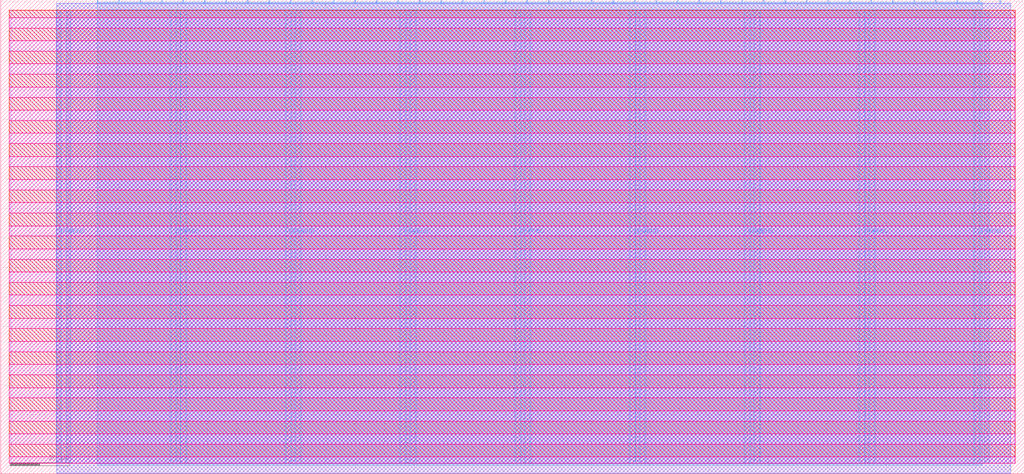
<source format=lef>
VERSION 5.7 ;
  NOWIREEXTENSIONATPIN ON ;
  DIVIDERCHAR "/" ;
  BUSBITCHARS "[]" ;
MACRO tt_um_zedtc1_top
  CLASS BLOCK ;
  FOREIGN tt_um_zedtc1_top ;
  ORIGIN 0.000 0.000 ;
  SIZE 346.640 BY 160.720 ;
  PIN VGND
    DIRECTION INOUT ;
    USE GROUND ;
    PORT
      LAYER Metal4 ;
        RECT 22.180 3.620 23.780 157.100 ;
    END
    PORT
      LAYER Metal4 ;
        RECT 61.050 3.620 62.650 157.100 ;
    END
    PORT
      LAYER Metal4 ;
        RECT 99.920 3.620 101.520 157.100 ;
    END
    PORT
      LAYER Metal4 ;
        RECT 138.790 3.620 140.390 157.100 ;
    END
    PORT
      LAYER Metal4 ;
        RECT 177.660 3.620 179.260 157.100 ;
    END
    PORT
      LAYER Metal4 ;
        RECT 216.530 3.620 218.130 157.100 ;
    END
    PORT
      LAYER Metal4 ;
        RECT 255.400 3.620 257.000 157.100 ;
    END
    PORT
      LAYER Metal4 ;
        RECT 294.270 3.620 295.870 157.100 ;
    END
    PORT
      LAYER Metal4 ;
        RECT 333.140 3.620 334.740 157.100 ;
    END
  END VGND
  PIN VPWR
    DIRECTION INOUT ;
    USE POWER ;
    PORT
      LAYER Metal4 ;
        RECT 18.880 3.620 20.480 157.100 ;
    END
    PORT
      LAYER Metal4 ;
        RECT 57.750 3.620 59.350 157.100 ;
    END
    PORT
      LAYER Metal4 ;
        RECT 96.620 3.620 98.220 157.100 ;
    END
    PORT
      LAYER Metal4 ;
        RECT 135.490 3.620 137.090 157.100 ;
    END
    PORT
      LAYER Metal4 ;
        RECT 174.360 3.620 175.960 157.100 ;
    END
    PORT
      LAYER Metal4 ;
        RECT 213.230 3.620 214.830 157.100 ;
    END
    PORT
      LAYER Metal4 ;
        RECT 252.100 3.620 253.700 157.100 ;
    END
    PORT
      LAYER Metal4 ;
        RECT 290.970 3.620 292.570 157.100 ;
    END
    PORT
      LAYER Metal4 ;
        RECT 329.840 3.620 331.440 157.100 ;
    END
  END VPWR
  PIN clk
    DIRECTION INPUT ;
    USE SIGNAL ;
    ANTENNAGATEAREA 4.738000 ;
    PORT
      LAYER Metal4 ;
        RECT 331.090 159.720 331.390 160.720 ;
    END
  END clk
  PIN ena
    DIRECTION INPUT ;
    USE SIGNAL ;
    PORT
      LAYER Metal4 ;
        RECT 338.370 159.720 338.670 160.720 ;
    END
  END ena
  PIN rst_n
    DIRECTION INPUT ;
    USE SIGNAL ;
    ANTENNAGATEAREA 0.741000 ;
    PORT
      LAYER Metal4 ;
        RECT 323.810 159.720 324.110 160.720 ;
    END
  END rst_n
  PIN ui_in[0]
    DIRECTION INPUT ;
    USE SIGNAL ;
    PORT
      LAYER Metal4 ;
        RECT 316.530 159.720 316.830 160.720 ;
    END
  END ui_in[0]
  PIN ui_in[1]
    DIRECTION INPUT ;
    USE SIGNAL ;
    ANTENNAGATEAREA 0.396000 ;
    PORT
      LAYER Metal4 ;
        RECT 309.250 159.720 309.550 160.720 ;
    END
  END ui_in[1]
  PIN ui_in[2]
    DIRECTION INPUT ;
    USE SIGNAL ;
    PORT
      LAYER Metal4 ;
        RECT 301.970 159.720 302.270 160.720 ;
    END
  END ui_in[2]
  PIN ui_in[3]
    DIRECTION INPUT ;
    USE SIGNAL ;
    PORT
      LAYER Metal4 ;
        RECT 294.690 159.720 294.990 160.720 ;
    END
  END ui_in[3]
  PIN ui_in[4]
    DIRECTION INPUT ;
    USE SIGNAL ;
    PORT
      LAYER Metal4 ;
        RECT 287.410 159.720 287.710 160.720 ;
    END
  END ui_in[4]
  PIN ui_in[5]
    DIRECTION INPUT ;
    USE SIGNAL ;
    PORT
      LAYER Metal4 ;
        RECT 280.130 159.720 280.430 160.720 ;
    END
  END ui_in[5]
  PIN ui_in[6]
    DIRECTION INPUT ;
    USE SIGNAL ;
    PORT
      LAYER Metal4 ;
        RECT 272.850 159.720 273.150 160.720 ;
    END
  END ui_in[6]
  PIN ui_in[7]
    DIRECTION INPUT ;
    USE SIGNAL ;
    PORT
      LAYER Metal4 ;
        RECT 265.570 159.720 265.870 160.720 ;
    END
  END ui_in[7]
  PIN uio_in[0]
    DIRECTION INPUT ;
    USE SIGNAL ;
    PORT
      LAYER Metal4 ;
        RECT 258.290 159.720 258.590 160.720 ;
    END
  END uio_in[0]
  PIN uio_in[1]
    DIRECTION INPUT ;
    USE SIGNAL ;
    PORT
      LAYER Metal4 ;
        RECT 251.010 159.720 251.310 160.720 ;
    END
  END uio_in[1]
  PIN uio_in[2]
    DIRECTION INPUT ;
    USE SIGNAL ;
    PORT
      LAYER Metal4 ;
        RECT 243.730 159.720 244.030 160.720 ;
    END
  END uio_in[2]
  PIN uio_in[3]
    DIRECTION INPUT ;
    USE SIGNAL ;
    PORT
      LAYER Metal4 ;
        RECT 236.450 159.720 236.750 160.720 ;
    END
  END uio_in[3]
  PIN uio_in[4]
    DIRECTION INPUT ;
    USE SIGNAL ;
    PORT
      LAYER Metal4 ;
        RECT 229.170 159.720 229.470 160.720 ;
    END
  END uio_in[4]
  PIN uio_in[5]
    DIRECTION INPUT ;
    USE SIGNAL ;
    PORT
      LAYER Metal4 ;
        RECT 221.890 159.720 222.190 160.720 ;
    END
  END uio_in[5]
  PIN uio_in[6]
    DIRECTION INPUT ;
    USE SIGNAL ;
    PORT
      LAYER Metal4 ;
        RECT 214.610 159.720 214.910 160.720 ;
    END
  END uio_in[6]
  PIN uio_in[7]
    DIRECTION INPUT ;
    USE SIGNAL ;
    PORT
      LAYER Metal4 ;
        RECT 207.330 159.720 207.630 160.720 ;
    END
  END uio_in[7]
  PIN uio_oe[0]
    DIRECTION OUTPUT ;
    USE SIGNAL ;
    ANTENNADIFFAREA 0.360800 ;
    PORT
      LAYER Metal4 ;
        RECT 83.570 159.720 83.870 160.720 ;
    END
  END uio_oe[0]
  PIN uio_oe[1]
    DIRECTION OUTPUT ;
    USE SIGNAL ;
    ANTENNADIFFAREA 0.360800 ;
    PORT
      LAYER Metal4 ;
        RECT 76.290 159.720 76.590 160.720 ;
    END
  END uio_oe[1]
  PIN uio_oe[2]
    DIRECTION OUTPUT ;
    USE SIGNAL ;
    ANTENNADIFFAREA 0.360800 ;
    PORT
      LAYER Metal4 ;
        RECT 69.010 159.720 69.310 160.720 ;
    END
  END uio_oe[2]
  PIN uio_oe[3]
    DIRECTION OUTPUT ;
    USE SIGNAL ;
    ANTENNADIFFAREA 0.360800 ;
    PORT
      LAYER Metal4 ;
        RECT 61.730 159.720 62.030 160.720 ;
    END
  END uio_oe[3]
  PIN uio_oe[4]
    DIRECTION OUTPUT ;
    USE SIGNAL ;
    ANTENNADIFFAREA 0.360800 ;
    PORT
      LAYER Metal4 ;
        RECT 54.450 159.720 54.750 160.720 ;
    END
  END uio_oe[4]
  PIN uio_oe[5]
    DIRECTION OUTPUT ;
    USE SIGNAL ;
    ANTENNADIFFAREA 0.360800 ;
    PORT
      LAYER Metal4 ;
        RECT 47.170 159.720 47.470 160.720 ;
    END
  END uio_oe[5]
  PIN uio_oe[6]
    DIRECTION OUTPUT ;
    USE SIGNAL ;
    ANTENNADIFFAREA 0.360800 ;
    PORT
      LAYER Metal4 ;
        RECT 39.890 159.720 40.190 160.720 ;
    END
  END uio_oe[6]
  PIN uio_oe[7]
    DIRECTION OUTPUT ;
    USE SIGNAL ;
    ANTENNADIFFAREA 0.360800 ;
    PORT
      LAYER Metal4 ;
        RECT 32.610 159.720 32.910 160.720 ;
    END
  END uio_oe[7]
  PIN uio_out[0]
    DIRECTION OUTPUT ;
    USE SIGNAL ;
    ANTENNADIFFAREA 0.360800 ;
    PORT
      LAYER Metal4 ;
        RECT 141.810 159.720 142.110 160.720 ;
    END
  END uio_out[0]
  PIN uio_out[1]
    DIRECTION OUTPUT ;
    USE SIGNAL ;
    ANTENNADIFFAREA 0.360800 ;
    PORT
      LAYER Metal4 ;
        RECT 134.530 159.720 134.830 160.720 ;
    END
  END uio_out[1]
  PIN uio_out[2]
    DIRECTION OUTPUT ;
    USE SIGNAL ;
    ANTENNADIFFAREA 0.360800 ;
    PORT
      LAYER Metal4 ;
        RECT 127.250 159.720 127.550 160.720 ;
    END
  END uio_out[2]
  PIN uio_out[3]
    DIRECTION OUTPUT ;
    USE SIGNAL ;
    ANTENNADIFFAREA 0.360800 ;
    PORT
      LAYER Metal4 ;
        RECT 119.970 159.720 120.270 160.720 ;
    END
  END uio_out[3]
  PIN uio_out[4]
    DIRECTION OUTPUT ;
    USE SIGNAL ;
    ANTENNADIFFAREA 0.360800 ;
    PORT
      LAYER Metal4 ;
        RECT 112.690 159.720 112.990 160.720 ;
    END
  END uio_out[4]
  PIN uio_out[5]
    DIRECTION OUTPUT ;
    USE SIGNAL ;
    ANTENNADIFFAREA 0.360800 ;
    PORT
      LAYER Metal4 ;
        RECT 105.410 159.720 105.710 160.720 ;
    END
  END uio_out[5]
  PIN uio_out[6]
    DIRECTION OUTPUT ;
    USE SIGNAL ;
    ANTENNADIFFAREA 0.360800 ;
    PORT
      LAYER Metal4 ;
        RECT 98.130 159.720 98.430 160.720 ;
    END
  END uio_out[6]
  PIN uio_out[7]
    DIRECTION OUTPUT ;
    USE SIGNAL ;
    ANTENNADIFFAREA 0.360800 ;
    PORT
      LAYER Metal4 ;
        RECT 90.850 159.720 91.150 160.720 ;
    END
  END uio_out[7]
  PIN uo_out[0]
    DIRECTION OUTPUT ;
    USE SIGNAL ;
    ANTENNADIFFAREA 0.536800 ;
    PORT
      LAYER Metal4 ;
        RECT 200.050 159.720 200.350 160.720 ;
    END
  END uo_out[0]
  PIN uo_out[1]
    DIRECTION OUTPUT ;
    USE SIGNAL ;
    ANTENNADIFFAREA 1.986000 ;
    PORT
      LAYER Metal4 ;
        RECT 192.770 159.720 193.070 160.720 ;
    END
  END uo_out[1]
  PIN uo_out[2]
    DIRECTION OUTPUT ;
    USE SIGNAL ;
    ANTENNADIFFAREA 1.986000 ;
    PORT
      LAYER Metal4 ;
        RECT 185.490 159.720 185.790 160.720 ;
    END
  END uo_out[2]
  PIN uo_out[3]
    DIRECTION OUTPUT ;
    USE SIGNAL ;
    ANTENNADIFFAREA 1.986000 ;
    PORT
      LAYER Metal4 ;
        RECT 178.210 159.720 178.510 160.720 ;
    END
  END uo_out[3]
  PIN uo_out[4]
    DIRECTION OUTPUT ;
    USE SIGNAL ;
    ANTENNADIFFAREA 0.360800 ;
    PORT
      LAYER Metal4 ;
        RECT 170.930 159.720 171.230 160.720 ;
    END
  END uo_out[4]
  PIN uo_out[5]
    DIRECTION OUTPUT ;
    USE SIGNAL ;
    ANTENNADIFFAREA 0.360800 ;
    PORT
      LAYER Metal4 ;
        RECT 163.650 159.720 163.950 160.720 ;
    END
  END uo_out[5]
  PIN uo_out[6]
    DIRECTION OUTPUT ;
    USE SIGNAL ;
    ANTENNADIFFAREA 0.360800 ;
    PORT
      LAYER Metal4 ;
        RECT 156.370 159.720 156.670 160.720 ;
    END
  END uo_out[6]
  PIN uo_out[7]
    DIRECTION OUTPUT ;
    USE SIGNAL ;
    ANTENNADIFFAREA 0.360800 ;
    PORT
      LAYER Metal4 ;
        RECT 149.090 159.720 149.390 160.720 ;
    END
  END uo_out[7]
  OBS
      LAYER Nwell ;
        RECT 2.930 154.640 343.710 157.230 ;
      LAYER Pwell ;
        RECT 2.930 151.120 343.710 154.640 ;
      LAYER Nwell ;
        RECT 2.930 146.800 343.710 151.120 ;
      LAYER Pwell ;
        RECT 2.930 143.280 343.710 146.800 ;
      LAYER Nwell ;
        RECT 2.930 138.960 343.710 143.280 ;
      LAYER Pwell ;
        RECT 2.930 135.440 343.710 138.960 ;
      LAYER Nwell ;
        RECT 2.930 131.120 343.710 135.440 ;
      LAYER Pwell ;
        RECT 2.930 127.600 343.710 131.120 ;
      LAYER Nwell ;
        RECT 2.930 123.280 343.710 127.600 ;
      LAYER Pwell ;
        RECT 2.930 119.760 343.710 123.280 ;
      LAYER Nwell ;
        RECT 2.930 115.440 343.710 119.760 ;
      LAYER Pwell ;
        RECT 2.930 111.920 343.710 115.440 ;
      LAYER Nwell ;
        RECT 2.930 107.600 343.710 111.920 ;
      LAYER Pwell ;
        RECT 2.930 104.080 343.710 107.600 ;
      LAYER Nwell ;
        RECT 2.930 99.760 343.710 104.080 ;
      LAYER Pwell ;
        RECT 2.930 96.240 343.710 99.760 ;
      LAYER Nwell ;
        RECT 2.930 91.920 343.710 96.240 ;
      LAYER Pwell ;
        RECT 2.930 88.400 343.710 91.920 ;
      LAYER Nwell ;
        RECT 2.930 84.080 343.710 88.400 ;
      LAYER Pwell ;
        RECT 2.930 80.560 343.710 84.080 ;
      LAYER Nwell ;
        RECT 2.930 76.240 343.710 80.560 ;
      LAYER Pwell ;
        RECT 2.930 72.720 343.710 76.240 ;
      LAYER Nwell ;
        RECT 2.930 68.400 343.710 72.720 ;
      LAYER Pwell ;
        RECT 2.930 64.880 343.710 68.400 ;
      LAYER Nwell ;
        RECT 2.930 60.560 343.710 64.880 ;
      LAYER Pwell ;
        RECT 2.930 57.040 343.710 60.560 ;
      LAYER Nwell ;
        RECT 2.930 52.720 343.710 57.040 ;
      LAYER Pwell ;
        RECT 2.930 49.200 343.710 52.720 ;
      LAYER Nwell ;
        RECT 2.930 44.880 343.710 49.200 ;
      LAYER Pwell ;
        RECT 2.930 41.360 343.710 44.880 ;
      LAYER Nwell ;
        RECT 2.930 37.040 343.710 41.360 ;
      LAYER Pwell ;
        RECT 2.930 33.520 343.710 37.040 ;
      LAYER Nwell ;
        RECT 2.930 29.200 343.710 33.520 ;
      LAYER Pwell ;
        RECT 2.930 25.680 343.710 29.200 ;
      LAYER Nwell ;
        RECT 2.930 21.360 343.710 25.680 ;
      LAYER Pwell ;
        RECT 2.930 17.840 343.710 21.360 ;
      LAYER Nwell ;
        RECT 2.930 13.520 343.710 17.840 ;
      LAYER Pwell ;
        RECT 2.930 10.000 343.710 13.520 ;
      LAYER Nwell ;
        RECT 2.930 5.680 343.710 10.000 ;
      LAYER Pwell ;
        RECT 2.930 3.490 343.710 5.680 ;
      LAYER Metal1 ;
        RECT 3.360 3.620 343.280 157.100 ;
      LAYER Metal2 ;
        RECT 19.020 0.090 342.020 159.510 ;
      LAYER Metal3 ;
        RECT 18.970 0.140 342.070 159.460 ;
      LAYER Metal4 ;
        RECT 33.210 159.420 39.590 159.890 ;
        RECT 40.490 159.420 46.870 159.890 ;
        RECT 47.770 159.420 54.150 159.890 ;
        RECT 55.050 159.420 61.430 159.890 ;
        RECT 62.330 159.420 68.710 159.890 ;
        RECT 69.610 159.420 75.990 159.890 ;
        RECT 76.890 159.420 83.270 159.890 ;
        RECT 84.170 159.420 90.550 159.890 ;
        RECT 91.450 159.420 97.830 159.890 ;
        RECT 98.730 159.420 105.110 159.890 ;
        RECT 106.010 159.420 112.390 159.890 ;
        RECT 113.290 159.420 119.670 159.890 ;
        RECT 120.570 159.420 126.950 159.890 ;
        RECT 127.850 159.420 134.230 159.890 ;
        RECT 135.130 159.420 141.510 159.890 ;
        RECT 142.410 159.420 148.790 159.890 ;
        RECT 149.690 159.420 156.070 159.890 ;
        RECT 156.970 159.420 163.350 159.890 ;
        RECT 164.250 159.420 170.630 159.890 ;
        RECT 171.530 159.420 177.910 159.890 ;
        RECT 178.810 159.420 185.190 159.890 ;
        RECT 186.090 159.420 192.470 159.890 ;
        RECT 193.370 159.420 199.750 159.890 ;
        RECT 200.650 159.420 207.030 159.890 ;
        RECT 207.930 159.420 214.310 159.890 ;
        RECT 215.210 159.420 221.590 159.890 ;
        RECT 222.490 159.420 228.870 159.890 ;
        RECT 229.770 159.420 236.150 159.890 ;
        RECT 237.050 159.420 243.430 159.890 ;
        RECT 244.330 159.420 250.710 159.890 ;
        RECT 251.610 159.420 257.990 159.890 ;
        RECT 258.890 159.420 265.270 159.890 ;
        RECT 266.170 159.420 272.550 159.890 ;
        RECT 273.450 159.420 279.830 159.890 ;
        RECT 280.730 159.420 287.110 159.890 ;
        RECT 288.010 159.420 294.390 159.890 ;
        RECT 295.290 159.420 301.670 159.890 ;
        RECT 302.570 159.420 308.950 159.890 ;
        RECT 309.850 159.420 316.230 159.890 ;
        RECT 317.130 159.420 323.510 159.890 ;
        RECT 324.410 159.420 330.790 159.890 ;
        RECT 331.690 159.420 332.500 159.890 ;
        RECT 32.620 157.400 332.500 159.420 ;
        RECT 32.620 3.320 57.450 157.400 ;
        RECT 59.650 3.320 60.750 157.400 ;
        RECT 62.950 3.320 96.320 157.400 ;
        RECT 98.520 3.320 99.620 157.400 ;
        RECT 101.820 3.320 135.190 157.400 ;
        RECT 137.390 3.320 138.490 157.400 ;
        RECT 140.690 3.320 174.060 157.400 ;
        RECT 176.260 3.320 177.360 157.400 ;
        RECT 179.560 3.320 212.930 157.400 ;
        RECT 215.130 3.320 216.230 157.400 ;
        RECT 218.430 3.320 251.800 157.400 ;
        RECT 254.000 3.320 255.100 157.400 ;
        RECT 257.300 3.320 290.670 157.400 ;
        RECT 292.870 3.320 293.970 157.400 ;
        RECT 296.170 3.320 329.540 157.400 ;
        RECT 331.740 3.320 332.500 157.400 ;
        RECT 32.620 2.890 332.500 3.320 ;
  END
END tt_um_zedtc1_top
END LIBRARY


</source>
